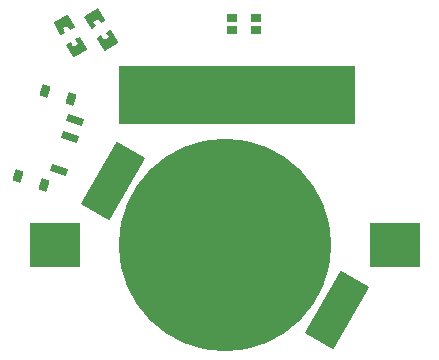
<source format=gbp>
G04 Layer: BottomPasteMaskLayer*
G04 EasyEDA v6.5.22, 2023-01-18 18:11:45*
G04 3f45770606e946e99412526f685ae31c,41bbaa2022c14ae6819927e2b53804d3,10*
G04 Gerber Generator version 0.2*
G04 Scale: 100 percent, Rotated: No, Reflected: No *
G04 Dimensions in millimeters *
G04 leading zeros omitted , absolute positions ,4 integer and 5 decimal *
%FSLAX45Y45*%
%MOMM*%

%AMMACRO1*21,1,$1,$2,0,0,$3*%
%AMMACRO2*4,1,4,2.7338,1.9411,0.3142,3.3381,-2.7338,-1.9411,-0.3142,-3.3381,2.7338,1.9411,0*%
%AMMACRO3*4,1,4,0.3142,3.3381,-2.7338,-1.9411,-0.3142,-3.3381,2.7338,1.9411,0.3142,3.3381,0*%
%ADD10R,20.0000X5.0000*%
%ADD11MACRO1,4.2X3.8X0.0000*%
%ADD12MACRO1,0.8X0.7X0.0000*%
%ADD13MACRO1,0.6X1.4X-108.0016*%
%ADD14MACRO1,0.6X1.4X-108.0008*%
%ADD15MACRO1,1X0.7X-108.0028*%
%ADD16MACRO1,1X0.7X-108.0033*%
%ADD17MACRO1,1X0.7X-108.0014*%
%ADD18MACRO2*%
%ADD19C,18.0000*%
%ADD20MACRO3*%

%LPD*%
G36*
X-6080048Y1306068D02*
G01*
X-6190894Y1242060D01*
X-6192723Y1235202D01*
X-6135217Y1135634D01*
X-6128410Y1133805D01*
X-6092647Y1153871D01*
X-6115151Y1192834D01*
X-6076188Y1215339D01*
X-6054191Y1177239D01*
X-6017564Y1197813D01*
X-6015736Y1204620D01*
X-6073241Y1304239D01*
G37*
G36*
X-5972556Y1119886D02*
G01*
X-6008928Y1098854D01*
X-5986678Y1060297D01*
X-6025642Y1037844D01*
X-6047638Y1075944D01*
X-6083401Y1055878D01*
X-6085230Y1049020D01*
X-6027724Y949452D01*
X-6020917Y947623D01*
X-5910072Y1011631D01*
X-5908243Y1018438D01*
X-5965698Y1118006D01*
G37*
G36*
X-6339586Y1249222D02*
G01*
X-6450431Y1185214D01*
X-6452260Y1178407D01*
X-6394754Y1078788D01*
X-6387896Y1076960D01*
X-6352133Y1097026D01*
X-6374638Y1135989D01*
X-6335674Y1158494D01*
X-6313678Y1120394D01*
X-6277051Y1140968D01*
X-6275222Y1147775D01*
X-6332728Y1247394D01*
G37*
G36*
X-6232042Y1063040D02*
G01*
X-6268415Y1042009D01*
X-6246164Y1003503D01*
X-6285128Y980998D01*
X-6307175Y1019098D01*
X-6342888Y999032D01*
X-6344767Y992174D01*
X-6287262Y892606D01*
X-6280404Y890778D01*
X-6169558Y954786D01*
X-6167729Y961593D01*
X-6225235Y1061212D01*
G37*
D10*
G01*
X-4896045Y568012D03*
D11*
G01*
X-6438493Y-699998D03*
G01*
X-3561486Y-699998D03*
D12*
G01*
X-4940587Y1220849D03*
G01*
X-4940587Y1120849D03*
G01*
X-4740587Y1220849D03*
G01*
X-4740587Y1120849D03*
D13*
G01*
X-6316599Y219525D03*
G01*
X-6270245Y362179D03*
D14*
G01*
X-6409305Y-65791D03*
D15*
G01*
X-6756783Y-115867D03*
D16*
G01*
X-6538040Y-186938D03*
D17*
G01*
X-6303189Y535865D03*
G01*
X-6521932Y606936D03*
D18*
G01*
X-4054116Y-1246098D03*
D19*
G01*
X-4999990Y-699998D03*
D20*
G01*
X-5945863Y-153898D03*
M02*

</source>
